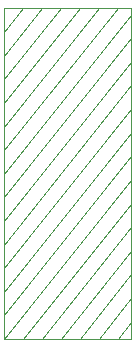
<source format=gbr>
%TF.GenerationSoftware,KiCad,Pcbnew,(6.0.0)*%
%TF.CreationDate,2022-06-08T16:09:46+02:00*%
%TF.ProjectId,HotPlate,486f7450-6c61-4746-952e-6b696361645f,1.0*%
%TF.SameCoordinates,Original*%
%TF.FileFunction,OtherDrawing,Comment*%
%FSLAX46Y46*%
G04 Gerber Fmt 4.6, Leading zero omitted, Abs format (unit mm)*
G04 Created by KiCad (PCBNEW (6.0.0)) date 2022-06-08 16:09:46*
%MOMM*%
%LPD*%
G01*
G04 APERTURE LIST*
%ADD10C,0.100000*%
G04 APERTURE END LIST*
D10*
%TO.C,ESP32-WROOM32*%
X50965000Y-139470000D02*
X42890000Y-149470000D01*
X53670000Y-155995000D02*
X44505000Y-167470000D01*
X46120000Y-139470000D02*
X42890000Y-143470000D01*
X42890000Y-167470000D02*
X53670000Y-167470000D01*
X53670000Y-151995000D02*
X42890000Y-165470000D01*
X42890000Y-139470000D02*
X53670000Y-139470000D01*
X52580000Y-139470000D02*
X42890000Y-151470000D01*
X53670000Y-141995000D02*
X42890000Y-155470000D01*
X53670000Y-163995000D02*
X50965000Y-167470000D01*
X53670000Y-153995000D02*
X42890000Y-167470000D01*
X53670000Y-143995000D02*
X42890000Y-157470000D01*
X53670000Y-139995000D02*
X42890000Y-153470000D01*
X53670000Y-149995000D02*
X42890000Y-163470000D01*
X47735000Y-139470000D02*
X42890000Y-145470000D01*
X42890000Y-161470000D02*
X53670000Y-147995000D01*
X53670000Y-161995000D02*
X49350000Y-167470000D01*
X53670000Y-145995000D02*
X42890000Y-159470000D01*
X42890000Y-139470000D02*
X42890000Y-167470000D01*
X53670000Y-159995000D02*
X47735000Y-167470000D01*
X53670000Y-165995000D02*
X52580000Y-167470000D01*
X53670000Y-157995000D02*
X46120000Y-167470000D01*
X53670000Y-139470000D02*
X53670000Y-167470000D01*
X44505000Y-139470000D02*
X42890000Y-141470000D01*
X49350000Y-139470000D02*
X42890000Y-147470000D01*
%TD*%
M02*

</source>
